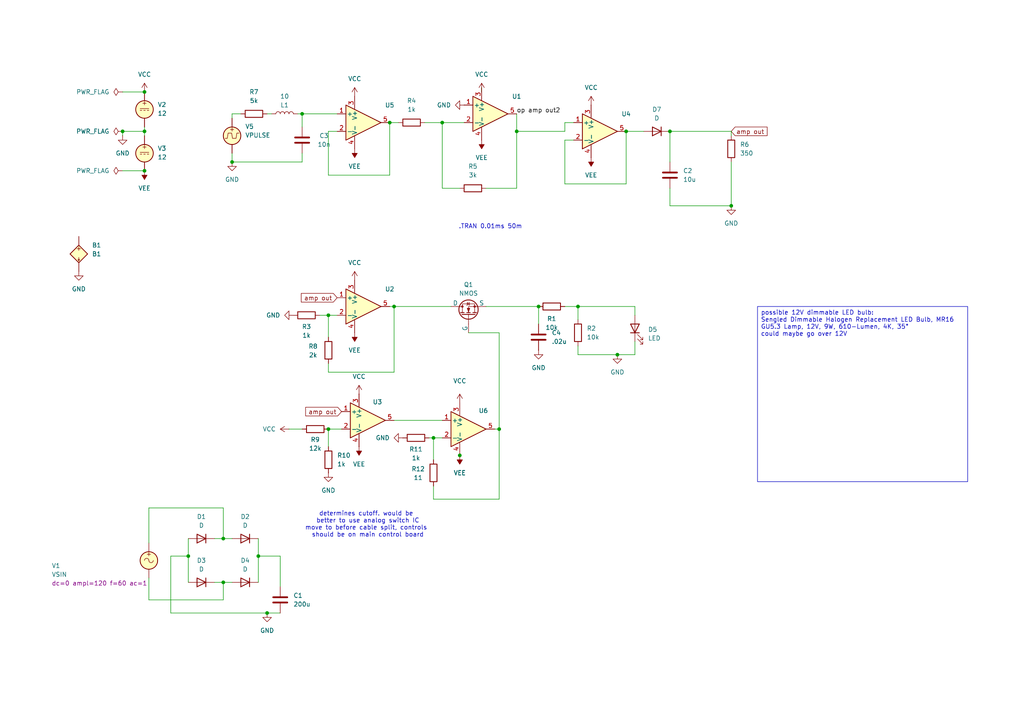
<source format=kicad_sch>
(kicad_sch (version 20231120) (generator "eeschema") (generator_version "8.0")
  (paper "A4")
  (lib_symbols
    (symbol "Device:C" (pin_numbers hide) (pin_names (offset 0.254))
      (property "Reference" "C" (at 0.635 2.54 0))
      (property "Value" "C" (at 0.635 -2.54 0))
      (symbol "C_0_1"
        (polyline (pts (xy -2.032 -0.762) (xy 2.032 -0.762)) (stroke (width 0.508)))
        (polyline (pts (xy -2.032 0.762) (xy 2.032 0.762)) (stroke (width 0.508)))
      )
      (symbol "C_1_1"
        (pin passive line (at 0 3.81 270) (length 2.794) (name "~") (number "1"))
        (pin passive line (at 0 -3.81 90) (length 2.794) (name "~") (number "2"))
      )
    )
    (symbol "Device:D" (pin_numbers hide) (pin_names (offset 1.016) hide)
      (property "Reference" "D" (at 0 2.54 0))
      (property "Value" "D" (at 0 -2.54 0))
      (symbol "D_0_1"
        (polyline (pts (xy -1.27 1.27) (xy -1.27 -1.27)) (stroke (width 0.254)))
        (polyline (pts (xy 1.27 0) (xy -1.27 0)))
        (polyline (pts (xy 1.27 1.27) (xy 1.27 -1.27) (xy -1.27 0) (xy 1.27 1.27)) (stroke (width 0.254)))
      )
      (symbol "D_1_1"
        (pin passive line (at -3.81 0 0) (length 2.54) (name "K") (number "1"))
        (pin passive line (at 3.81 0 180) (length 2.54) (name "A") (number "2"))
      )
    )
    (symbol "Device:L" (pin_numbers hide) (pin_names (offset 1.016) hide)
      (property "Reference" "L" (at -1.27 0 90))
      (property "Value" "L" (at 1.905 0 90))
      (symbol "L_0_1"
        (arc (start 0 -2.54) (mid 0.6323 -1.905) (end 0 -1.27))
        (arc (start 0 -1.27) (mid 0.6323 -0.635) (end 0 0))
        (arc (start 0 0) (mid 0.6323 0.635) (end 0 1.27))
        (arc (start 0 1.27) (mid 0.6323 1.905) (end 0 2.54))
      )
      (symbol "L_1_1"
        (pin passive line (at 0 3.81 270) (length 1.27) (name "1") (number "1"))
        (pin passive line (at 0 -3.81 90) (length 1.27) (name "2") (number "2"))
      )
    )
    (symbol "Device:LED" (pin_numbers hide) (pin_names (offset 1.016) hide)
      (property "Reference" "D" (at 0 2.54 0))
      (property "Value" "LED" (at 0 -2.54 0))
      (symbol "LED_0_1"
        (polyline (pts (xy -1.27 -1.27) (xy -1.27 1.27)) (stroke (width 0.254)))
        (polyline (pts (xy -1.27 0) (xy 1.27 0)))
        (polyline (pts (xy 1.27 -1.27) (xy 1.27 1.27) (xy -1.27 0) (xy 1.27 -1.27)) (stroke (width 0.254)))
        (polyline (pts (xy -3.048 -0.762) (xy -4.572 -2.286) (xy -3.81 -2.286) (xy -4.572 -2.286) (xy -4.572 -1.524)))
        (polyline (pts (xy -1.778 -0.762) (xy -3.302 -2.286) (xy -2.54 -2.286) (xy -3.302 -2.286) (xy -3.302 -1.524)))
      )
      (symbol "LED_1_1"
        (pin passive line (at -3.81 0 0) (length 2.54) (name "K") (number "1"))
        (pin passive line (at 3.81 0 180) (length 2.54) (name "A") (number "2"))
      )
    )
    (symbol "Device:R" (pin_numbers hide) (pin_names (offset 0))
      (property "Reference" "R" (at 2.032 0 90))
      (property "Value" "R" (at 0 0 90))
      (symbol "R_0_1"
        (rectangle (start -1.016 -2.54) (end 1.016 2.54) (stroke (width 0.254)))
      )
      (symbol "R_1_1"
        (pin passive line (at 0 3.81 270) (length 1.27) (name "~") (number "1"))
        (pin passive line (at 0 -3.81 90) (length 1.27) (name "~") (number "2"))
      )
    )
    (symbol "Simulation_SPICE:BSOURCE" (pin_numbers hide) (pin_names (offset 1.016) hide)
      (property "Reference" "B" (at 2.54 2.54 0))
      (property "Value" "BSOURCE" (at 2.54 0 0))
      (property "Sim.Params" "type=\"B\" model=\"v=1\"" (at 2.54 -2.54 0))
      (symbol "BSOURCE_0_1"
        (polyline (pts (xy 0 -1.016) (xy 0 -2.032)))
        (polyline (pts (xy 0.254 -1.524) (xy 0 -2.032) (xy -0.254 -1.524)))
        (polyline (pts (xy 0 2.54) (xy -2.54 0) (xy 0 -2.54) (xy 2.54 0) (xy 0 2.54)) (stroke (width 0.254)) (fill (type background)))
      )
      (symbol "BSOURCE_1_1"
        (polyline (pts (xy -0.508 1.524) (xy 0.508 1.524)))
        (polyline (pts (xy 0 1.016) (xy 0 2.032)))
        (pin passive line (at 0 5.08 270) (length 2.54) (name "N+") (number "1"))
        (pin passive line (at 0 -5.08 90) (length 2.54) (name "N-") (number "2"))
      )
    )
    (symbol "Simulation_SPICE:NMOS" (pin_numbers hide) (pin_names (offset 0))
      (property "Reference" "Q" (at 5.08 1.27 0))
      (property "Value" "NMOS" (at 5.08 -1.27 0))
      (symbol "NMOS_0_1"
        (polyline (pts (xy 0.254 0) (xy -2.54 0)))
        (polyline (pts (xy 0.254 1.905) (xy 0.254 -1.905)) (stroke (width 0.254)))
        (polyline (pts (xy 0.762 -1.27) (xy 0.762 -2.286)) (stroke (width 0.254)))
        (polyline (pts (xy 0.762 0.508) (xy 0.762 -0.508)) (stroke (width 0.254)))
        (polyline (pts (xy 0.762 2.286) (xy 0.762 1.27)) (stroke (width 0.254)))
        (polyline (pts (xy 2.54 2.54) (xy 2.54 1.778)))
        (polyline (pts (xy 2.54 -2.54) (xy 2.54 0) (xy 0.762 0)))
        (polyline (pts (xy 0.762 -1.778) (xy 3.302 -1.778) (xy 3.302 1.778) (xy 0.762 1.778)))
        (polyline (pts (xy 1.016 0) (xy 2.032 0.381) (xy 2.032 -0.381) (xy 1.016 0)) (fill (type outline)))
        (polyline (pts (xy 2.794 0.508) (xy 2.921 0.381) (xy 3.683 0.381) (xy 3.81 0.254)))
        (polyline (pts (xy 3.302 0.381) (xy 2.921 -0.254) (xy 3.683 -0.254) (xy 3.302 0.381)))
        (circle (center 1.651 0) (radius 2.794) (stroke (width 0.254)))
        (circle (center 2.54 -1.778) (radius 0.254) (fill (type outline)))
        (circle (center 2.54 1.778) (radius 0.254) (fill (type outline)))
      )
      (symbol "NMOS_1_1"
        (pin passive line (at 2.54 5.08 270) (length 2.54) (name "D") (number "1"))
        (pin input line (at -5.08 0 0) (length 2.54) (name "G") (number "2"))
        (pin passive line (at 2.54 -5.08 90) (length 2.54) (name "S") (number "3"))
      )
    )
    (symbol "Simulation_SPICE:OPAMP" (pin_names (offset 0.254))
      (property "Reference" "U" (at 3.81 3.175 0))
      (property "Value" "${SIM.PARAMS}" (at 3.81 -3.175 0))
      (symbol "OPAMP_0_1"
        (polyline (pts (xy 5.08 0) (xy -5.08 5.08) (xy -5.08 -5.08) (xy 5.08 0)) (stroke (width 0.254)) (fill (type background)))
      )
      (symbol "OPAMP_1_1"
        (pin input line (at -7.62 2.54 0) (length 2.54) (name "+") (number "1"))
        (pin input line (at -7.62 -2.54 0) (length 2.54) (name "-") (number "2"))
        (pin power_in line (at -2.54 7.62 270) (length 3.81) (name "V+") (number "3"))
        (pin power_in line (at -2.54 -7.62 90) (length 3.81) (name "V-") (number "4"))
        (pin output line (at 7.62 0 180) (length 2.54) (name "~") (number "5"))
      )
    )
    (symbol "Simulation_SPICE:VDC" (pin_numbers hide) (pin_names (offset 0.0254))
      (property "Reference" "V" (at 2.54 2.54 0))
      (property "Value" "1" (at 2.54 0 0))
      (symbol "VDC_0_0"
        (polyline (pts (xy -1.27 0.254) (xy 1.27 0.254)))
        (polyline (pts (xy -0.762 -0.254) (xy -1.27 -0.254)))
        (polyline (pts (xy 0.254 -0.254) (xy -0.254 -0.254)))
        (polyline (pts (xy 1.27 -0.254) (xy 0.762 -0.254)))
        (text "+" (at 0 1.905 0) (effects (font (size 1.27 1.27))))
      )
      (symbol "VDC_0_1"
        (circle (center 0 0) (radius 2.54) (stroke (width 0.254)) (fill (type background)))
      )
      (symbol "VDC_1_1"
        (pin passive line (at 0 5.08 270) (length 2.54) (name "~") (number "1"))
        (pin passive line (at 0 -5.08 90) (length 2.54) (name "~") (number "2"))
      )
    )
    (symbol "Simulation_SPICE:VPULSE" (pin_numbers hide) (pin_names (offset 0.0254))
      (property "Reference" "V" (at 2.54 2.54 0))
      (property "Value" "VPULSE" (at 2.54 0 0))
      (property "Sim.Params" "y1=0 y2=1 td=2n tr=2n tf=2n tw=50n per=100n" (at 2.54 -2.54 0))
      (symbol "VPULSE_0_0"
        (polyline (pts (xy -2.032 -0.762) (xy -1.397 -0.762) (xy -1.143 0.762) (xy -0.127 0.762) (xy 0.127 -0.762) (xy 1.143 -0.762) (xy 1.397 0.762) (xy 2.032 0.762)))
        (text "+" (at 0 1.905 0) (effects (font (size 1.27 1.27))))
      )
      (symbol "VPULSE_0_1"
        (circle (center 0 0) (radius 2.54) (stroke (width 0.254)) (fill (type background)))
      )
      (symbol "VPULSE_1_1"
        (pin passive line (at 0 5.08 270) (length 2.54) (name "~") (number "1"))
        (pin passive line (at 0 -5.08 90) (length 2.54) (name "~") (number "2"))
      )
    )
    (symbol "Simulation_SPICE:VSIN" (pin_numbers hide) (pin_names (offset 0.0254))
      (property "Reference" "V" (at 2.54 2.54 0))
      (property "Value" "VSIN" (at 2.54 0 0))
      (property "Sim.Params" "dc=0 ampl=1 f=1k ac=1" (at 2.54 -2.54 0))
      (symbol "VSIN_0_0"
        (arc (start 0 0) (mid -0.635 0.6323) (end -1.27 0))
        (arc (start 0 0) (mid 0.635 -0.6323) (end 1.27 0))
        (text "+" (at 0 1.905 0) (effects (font (size 1.27 1.27))))
      )
      (symbol "VSIN_0_1"
        (circle (center 0 0) (radius 2.54) (stroke (width 0.254)) (fill (type background)))
      )
      (symbol "VSIN_1_1"
        (pin passive line (at 0 5.08 270) (length 2.54) (name "~") (number "1"))
        (pin passive line (at 0 -5.08 90) (length 2.54) (name "~") (number "2"))
      )
    )
    (symbol "power:+5V" (power) (pin_numbers hide) (pin_names (offset 0) hide)
      (property "Value" "+5V" (at 0 3.556 0))
      (symbol "+5V_0_1"
        (polyline (pts (xy -0.762 1.27) (xy 0 2.54)))
        (polyline (pts (xy 0 0) (xy 0 2.54)))
        (polyline (pts (xy 0 2.54) (xy 0.762 1.27)))
      )
      (symbol "+5V_1_1"
        (pin power_in line (at 0 0 90) (length 0) (name "~") (number "1"))
      )
    )
    (symbol "power:-5V" (power) (pin_numbers hide) (pin_names (offset 0) hide)
      (property "Value" "-5V" (at 0 3.556 0))
      (symbol "-5V_0_0"
        (pin power_in line (at 0 0 90) (length 0) (name "~") (number "1"))
      )
      (symbol "-5V_0_1"
        (polyline (pts (xy 0 0) (xy 0 1.27) (xy 0.762 1.27) (xy 0 2.54) (xy -0.762 1.27) (xy 0 1.27)) (fill (type outline)))
      )
    )
    (symbol "power:GND" (power) (pin_numbers hide) (pin_names (offset 0) hide)
      (property "Value" "GND" (at 0 -3.81 0))
      (symbol "GND_0_1"
        (polyline (pts (xy 0 0) (xy 0 -1.27) (xy 1.27 -1.27) (xy 0 -2.54) (xy -1.27 -1.27) (xy 0 -1.27)))
      )
      (symbol "GND_1_1"
        (pin power_in line (at 0 0 270) (length 0) (name "~") (number "1"))
      )
    )
    (symbol "power:PWR_FLAG" (power) (pin_numbers hide) (pin_names (offset 0) hide)
      (property "Value" "PWR_FLAG" (at 0 3.81 0))
      (symbol "PWR_FLAG_0_0"
        (pin power_out line (at 0 0 90) (length 0) (name "~") (number "1"))
      )
      (symbol "PWR_FLAG_0_1"
        (polyline (pts (xy 0 0) (xy 0 1.27) (xy -1.016 1.905) (xy 0 2.54) (xy 1.016 1.905) (xy 0 1.27)))
      )
    )
    (symbol "power:VCC" (power) (pin_numbers hide) (pin_names (offset 0) hide)
      (property "Value" "VCC" (at 0 3.556 0))
      (symbol "VCC_0_1"
        (polyline (pts (xy -0.762 1.27) (xy 0 2.54)))
        (polyline (pts (xy 0 0) (xy 0 2.54)))
        (polyline (pts (xy 0 2.54) (xy 0.762 1.27)))
      )
      (symbol "VCC_1_1"
        (pin power_in line (at 0 0 90) (length 0) (name "~") (number "1"))
      )
    )
    (symbol "power:VEE" (power) (pin_numbers hide) (pin_names (offset 0) hide)
      (property "Value" "VEE" (at 0 3.556 0))
      (symbol "VEE_0_1"
        (polyline (pts (xy 0 0) (xy 0 2.54)))
        (polyline (pts (xy 0.762 1.27) (xy -0.762 1.27) (xy 0 2.54) (xy 0.762 1.27)) (fill (type outline)))
      )
      (symbol "VEE_1_1"
        (pin power_in line (at 0 0 90) (length 0) (name "~") (number "1"))
      )
    )
  )
  (junction (at 125.73 127))
  (junction (at 67.31 46.99))
  (junction (at 87.63 33.02))
  (junction (at 74.93 161.29))
  (junction (at 128.27 35.56))
  (junction (at 41.91 38.1))
  (junction (at 77.47 177.8))
  (junction (at 194.31 38.1))
  (junction (at 41.91 26.67))
  (junction (at 35.56 38.1))
  (junction (at 179.07 102.87))
  (junction (at 156.21 88.9))
  (junction (at 144.78 124.46))
  (junction (at 41.91 49.53))
  (junction (at 64.77 156.21))
  (junction (at 64.77 168.91))
  (junction (at 167.64 88.9))
  (junction (at 113.03 35.56))
  (junction (at 95.25 124.46))
  (junction (at 212.09 59.69))
  (junction (at 133.35 132.08))
  (junction (at 149.86 38.1))
  (junction (at 54.61 161.29))
  (junction (at 181.61 38.1))
  (junction (at 114.3 88.9))
  (junction (at 95.25 91.44))
  (wire (pts (xy 95.25 107.95) (xy 114.3 107.95)))
  (wire (pts (xy 35.56 26.67) (xy 41.91 26.67)))
  (wire (pts (xy 167.64 100.33) (xy 167.64 102.87)))
  (wire (pts (xy 49.53 177.8) (xy 77.47 177.8)))
  (wire (pts (xy 149.86 33.02) (xy 149.86 38.1)))
  (wire (pts (xy 95.25 91.44) (xy 95.25 97.79)))
  (wire (pts (xy 87.63 36.83) (xy 87.63 33.02)))
  (wire (pts (xy 43.18 173.99) (xy 64.77 173.99)))
  (wire (pts (xy 62.23 168.91) (xy 64.77 168.91)))
  (wire (pts (xy 67.31 46.99) (xy 87.63 46.99)))
  (wire (pts (xy 125.73 127) (xy 125.73 133.35)))
  (wire (pts (xy 139.7 26.67) (xy 139.7 25.4)))
  (wire (pts (xy 54.61 156.21) (xy 54.61 161.29)))
  (wire (pts (xy 163.83 88.9) (xy 167.64 88.9)))
  (wire (pts (xy 74.93 161.29) (xy 81.28 161.29)))
  (wire (pts (xy 123.19 35.56) (xy 128.27 35.56)))
  (wire (pts (xy 81.28 170.18) (xy 81.28 161.29)))
  (wire (pts (xy 87.63 44.45) (xy 87.63 46.99)))
  (wire (pts (xy 133.35 54.61) (xy 128.27 54.61)))
  (wire (pts (xy 125.73 140.97) (xy 125.73 144.78)))
  (wire (pts (xy 212.09 46.99) (xy 212.09 59.69)))
  (wire (pts (xy 35.56 38.1) (xy 35.56 39.37)))
  (wire (pts (xy 41.91 38.1) (xy 41.91 39.37)))
  (wire (pts (xy 194.31 54.61) (xy 194.31 59.69)))
  (wire (pts (xy 64.77 168.91) (xy 67.31 168.91)))
  (wire (pts (xy 95.25 50.8) (xy 113.03 50.8)))
  (wire (pts (xy 95.25 91.44) (xy 97.79 91.44)))
  (wire (pts (xy 163.83 35.56) (xy 166.37 35.56)))
  (wire (pts (xy 95.25 38.1) (xy 95.25 50.8)))
  (wire (pts (xy 43.18 147.32) (xy 64.77 147.32)))
  (wire (pts (xy 41.91 36.83) (xy 41.91 38.1)))
  (wire (pts (xy 92.71 91.44) (xy 95.25 91.44)))
  (wire (pts (xy 184.15 102.87) (xy 184.15 99.06)))
  (wire (pts (xy 149.86 38.1) (xy 163.83 38.1)))
  (wire (pts (xy 163.83 40.64) (xy 163.83 53.34)))
  (wire (pts (xy 87.63 33.02) (xy 97.79 33.02)))
  (wire (pts (xy 43.18 167.64) (xy 43.18 173.99)))
  (wire (pts (xy 163.83 38.1) (xy 163.83 35.56)))
  (wire (pts (xy 128.27 54.61) (xy 128.27 35.56)))
  (wire (pts (xy 54.61 161.29) (xy 54.61 168.91)))
  (wire (pts (xy 95.25 124.46) (xy 99.06 124.46)))
  (wire (pts (xy 163.83 53.34) (xy 181.61 53.34)))
  (wire (pts (xy 167.64 88.9) (xy 167.64 92.71)))
  (wire (pts (xy 156.21 93.98) (xy 156.21 88.9)))
  (wire (pts (xy 113.03 35.56) (xy 115.57 35.56)))
  (wire (pts (xy 113.03 88.9) (xy 114.3 88.9)))
  (wire (pts (xy 194.31 38.1) (xy 212.09 38.1)))
  (wire (pts (xy 43.18 157.48) (xy 43.18 147.32)))
  (wire (pts (xy 67.31 33.02) (xy 69.85 33.02)))
  (wire (pts (xy 144.78 124.46) (xy 144.78 144.78)))
  (wire (pts (xy 167.64 88.9) (xy 184.15 88.9)))
  (wire (pts (xy 54.61 161.29) (xy 49.53 161.29)))
  (wire (pts (xy 95.25 124.46) (xy 95.25 129.54)))
  (wire (pts (xy 64.77 156.21) (xy 67.31 156.21)))
  (wire (pts (xy 194.31 38.1) (xy 194.31 46.99)))
  (wire (pts (xy 140.97 54.61) (xy 149.86 54.61)))
  (wire (pts (xy 128.27 35.56) (xy 134.62 35.56)))
  (wire (pts (xy 114.3 121.92) (xy 128.27 121.92)))
  (wire (pts (xy 125.73 127) (xy 128.27 127)))
  (wire (pts (xy 166.37 40.64) (xy 163.83 40.64)))
  (wire (pts (xy 125.73 144.78) (xy 144.78 144.78)))
  (wire (pts (xy 124.46 127) (xy 125.73 127)))
  (wire (pts (xy 144.78 96.52) (xy 135.89 96.52)))
  (wire (pts (xy 41.91 38.1) (xy 35.56 38.1)))
  (wire (pts (xy 179.07 102.87) (xy 184.15 102.87)))
  (wire (pts (xy 144.78 124.46) (xy 143.51 124.46)))
  (wire (pts (xy 49.53 161.29) (xy 49.53 177.8)))
  (wire (pts (xy 194.31 59.69) (xy 212.09 59.69)))
  (wire (pts (xy 77.47 33.02) (xy 78.74 33.02)))
  (wire (pts (xy 74.93 161.29) (xy 74.93 168.91)))
  (wire (pts (xy 149.86 38.1) (xy 149.86 54.61)))
  (wire (pts (xy 62.23 156.21) (xy 64.77 156.21)))
  (wire (pts (xy 140.97 88.9) (xy 156.21 88.9)))
  (wire (pts (xy 67.31 44.45) (xy 67.31 46.99)))
  (wire (pts (xy 64.77 147.32) (xy 64.77 156.21)))
  (wire (pts (xy 181.61 38.1) (xy 181.61 53.34)))
  (wire (pts (xy 97.79 38.1) (xy 95.25 38.1)))
  (wire (pts (xy 64.77 173.99) (xy 64.77 168.91)))
  (wire (pts (xy 144.78 124.46) (xy 144.78 96.52)))
  (wire (pts (xy 95.25 105.41) (xy 95.25 107.95)))
  (wire (pts (xy 86.36 33.02) (xy 87.63 33.02)))
  (wire (pts (xy 114.3 88.9) (xy 114.3 107.95)))
  (wire (pts (xy 212.09 39.37) (xy 212.09 38.1)))
  (wire (pts (xy 67.31 33.02) (xy 67.31 34.29)))
  (wire (pts (xy 114.3 88.9) (xy 130.81 88.9)))
  (wire (pts (xy 35.56 49.53) (xy 41.91 49.53)))
  (wire (pts (xy 83.82 124.46) (xy 87.63 124.46)))
  (wire (pts (xy 184.15 91.44) (xy 184.15 88.9)))
  (wire (pts (xy 167.64 102.87) (xy 179.07 102.87)))
  (wire (pts (xy 74.93 156.21) (xy 74.93 161.29)))
  (wire (pts (xy 181.61 38.1) (xy 186.69 38.1)))
  (wire (pts (xy 77.47 177.8) (xy 81.28 177.8)))
  (wire (pts (xy 113.03 35.56) (xy 113.03 50.8)))
  (text_box "possible 12V dimmable LED bulb:\nSengled Dimmable Halogen Replacement LED Bulb, MR16 GU5.3 Lamp, 12V, 9W, 610-Lumen, 4K, 35°\ncould maybe go over 12V" (at 219.71 88.9 0) (size 60.96 50.8) (effects (font (size 1.27 1.27)) (justify left top)))
  (text ".TRAN 0.01ms 50m" (at 142.24 65.786 0) (effects (font (size 1.27 1.27))))
  (text "determines cutoff. would be \nbetter to use analog switch IC\nmove to before cable split, controls \nshould be on main control board" (at 106.68 152.146 0) (effects (font (size 1.27 1.27))))
  (label "op amp out2" (at 149.86 33.02 0))
  (global_label "amp out" (shape input) (at 212.09 38.1 0) (property "Intersheetrefs" "${INTERSHEET_REFS}" (effects (hide yes))))
  (global_label "amp out" (shape input) (at 97.79 86.36 180) (property "Intersheetrefs" "${INTERSHEET_REFS}" (effects (hide yes))))
  (global_label "amp out" (shape input) (at 99.06 119.38 180) (property "Intersheetrefs" "${INTERSHEET_REFS}" (effects (hide yes))))
  (symbol (lib_id "power:VCC") (at 171.45 30.48 0) (unit 1)
    (property "Reference" "#PWR015" (effects (hide yes)))
    (property "Value" "VCC" (at 171.45 25.4 0))
    (property "Description" "Power symbol creates a global label with name \"VCC\"" (effects (hide yes)))
  )
  (symbol (lib_id "Device:R") (at 212.09 43.18 0) (unit 1)
    (property "Reference" "R6" (at 214.63 41.9099 0) (effects (justify left)))
    (property "Value" "350" (at 214.63 44.4499 0) (effects (justify left)))
    (property "Description" "Resistor" (effects (hide yes)))
  )
  (symbol (lib_id "Simulation_SPICE:VDC") (at 41.91 31.75 0) (unit 1)
    (property "Reference" "V2" (at 45.72 30.3501 0) (effects (justify left)))
    (property "Value" "12" (at 45.72 32.8901 0) (effects (justify left)))
    (property "Datasheet" "https://ngspice.sourceforge.io/docs/ngspice-html-manual/manual.xhtml#sec_Independent_Sources_for" (effects (hide yes)))
    (property "Description" "Voltage source, DC" (effects (hide yes)))
    (property "Sim.Pins" "1=+ 2=-" (effects (hide yes)))
    (property "Sim.Type" "DC" (effects (hide yes)))
    (property "Sim.Device" "V" (effects (hide yes)))
  )
  (symbol (lib_id "Device:R") (at 137.16 54.61 90) (unit 1)
    (property "Reference" "R5" (at 137.16 48.26 90))
    (property "Value" "3k" (at 137.16 50.8 90))
    (property "Description" "Resistor" (effects (hide yes)))
  )
  (symbol (lib_id "Simulation_SPICE:VPULSE") (at 67.31 39.37 0) (unit 1)
    (property "Reference" "V5" (at 71.12 36.7001 0) (effects (justify left)))
    (property "Value" "VPULSE" (at 71.12 39.2401 0) (effects (justify left)))
    (property "Datasheet" "https://ngspice.sourceforge.io/docs/ngspice-html-manual/manual.xhtml#sec_Independent_Sources_for" (effects (hide yes)))
    (property "Description" "Voltage source, pulse" (effects (hide yes)))
    (property "Sim.Pins" "1=+ 2=-" (effects (hide yes)))
    (property "Sim.Type" "PULSE" (effects (hide yes)))
    (property "Sim.Device" "V" (effects (hide yes)))
    (property "Sim.Params" "y1=0 y2=1 td=0 tr=2n tf=2n tw=1ms per=100ms" (effects (hide yes)))
  )
  (symbol (lib_id "power:PWR_FLAG") (at 35.56 26.67 90) (unit 1)
    (property "Reference" "#FLG01" (effects (hide yes)))
    (property "Value" "PWR_FLAG" (at 31.75 26.6699 90) (effects (justify left)))
    (property "Description" "Special symbol for telling ERC where power comes from" (effects (hide yes)))
  )
  (symbol (lib_id "power:GND") (at 134.62 30.48 270) (unit 1)
    (property "Reference" "#PWR09" (effects (hide yes)))
    (property "Value" "GND" (at 130.81 30.4799 90) (effects (justify right)))
    (property "Description" "Power symbol creates a global label with name \"GND\" , ground" (effects (hide yes)))
  )
  (symbol (lib_id "Device:R") (at 88.9 91.44 90) (unit 1)
    (property "Reference" "R3" (at 88.9 94.742 90))
    (property "Value" "1k" (at 88.9 97.282 90))
    (property "Description" "Resistor" (effects (hide yes)))
  )
  (symbol (lib_id "Device:D") (at 58.42 156.21 180) (unit 1)
    (property "Reference" "D1" (at 58.42 149.86 0))
    (property "Value" "D" (at 58.42 152.4 0))
    (property "Description" "Diode" (effects (hide yes)))
    (property "Sim.Device" "D" (effects (hide yes)))
    (property "Sim.Pins" "1=K 2=A" (effects (hide yes)))
  )
  (symbol (lib_id "power:GND") (at 116.84 127 270) (unit 1)
    (property "Reference" "#PWR025" (effects (hide yes)))
    (property "Value" "GND" (at 113.03 126.9999 90) (effects (justify right)))
    (property "Description" "Power symbol creates a global label with name \"GND\" , ground" (effects (hide yes)))
  )
  (symbol (lib_id "power:-5V") (at 133.35 132.08 180) (unit 1)
    (property "Reference" "#PWR026" (effects (hide yes)))
    (property "Value" "VEE" (at 133.35 137.16 0))
    (property "Description" "Power symbol creates a global label with name \"-5V\"" (effects (hide yes)))
  )
  (symbol (lib_id "power:-5V") (at 102.87 43.18 180) (unit 1)
    (property "Reference" "#PWR018" (effects (hide yes)))
    (property "Value" "VEE" (at 102.87 48.26 0))
    (property "Description" "Power symbol creates a global label with name \"-5V\"" (effects (hide yes)))
  )
  (symbol (lib_id "Simulation_SPICE:BSOURCE") (at 22.86 73.66 0) (unit 1)
    (property "Reference" "B1" (at 26.67 71.1199 0) (effects (justify left)))
    (property "Value" "B1" (at 26.67 73.6599 0) (effects (justify left)))
    (property "Datasheet" "https://ngspice.sourceforge.io/docs/ngspice-html-manual/manual.xhtml#sec_Non_linear_Dependent_Sources" (effects (hide yes)))
    (property "Description" "Arbitrary behavioral voltage or current source for simulation only" (effects (hide yes)))
    (property "Sim.Device" "SPICE" (effects (hide yes)))
    (property "Sim.Params" "type=\"B\" model=\"v=0.3 * sin(2 * pi * 82.4 * time) * exp(-1.5 * time)\"" (effects (hide yes)))
  )
  (symbol (lib_id "power:-5V") (at 104.14 129.54 180) (unit 1)
    (property "Reference" "#PWR020" (effects (hide yes)))
    (property "Value" "VEE" (at 104.14 134.62 0))
    (property "Description" "Power symbol creates a global label with name \"-5V\"" (effects (hide yes)))
  )
  (symbol (lib_id "power:VCC") (at 133.35 116.84 0) (unit 1)
    (property "Reference" "#PWR023" (effects (hide yes)))
    (property "Value" "VCC" (at 133.35 110.49 0))
    (property "Description" "Power symbol creates a global label with name \"VCC\"" (effects (hide yes)))
  )
  (symbol (lib_id "power:VCC") (at 83.82 124.46 90) (unit 1)
    (property "Reference" "#PWR021" (effects (hide yes)))
    (property "Value" "VCC" (at 80.01 124.4599 90) (effects (justify left)))
    (property "Description" "Power symbol creates a global label with name \"VCC\"" (effects (hide yes)))
  )
  (symbol (lib_id "Device:D") (at 71.12 156.21 180) (unit 1)
    (property "Reference" "D2" (at 71.12 149.86 0))
    (property "Value" "D" (at 71.12 152.4 0))
    (property "Description" "Diode" (effects (hide yes)))
    (property "Sim.Device" "D" (effects (hide yes)))
    (property "Sim.Pins" "1=K 2=A" (effects (hide yes)))
  )
  (symbol (lib_id "power:GND") (at 77.47 177.8 0) (unit 1)
    (property "Reference" "#PWR05" (effects (hide yes)))
    (property "Value" "GND" (at 77.47 182.88 0))
    (property "Description" "Power symbol creates a global label with name \"GND\" , ground" (effects (hide yes)))
  )
  (symbol (lib_id "Device:R") (at 95.25 133.35 0) (unit 1)
    (property "Reference" "R10" (at 97.79 132.0799 0) (effects (justify left)))
    (property "Value" "1k" (at 97.79 134.6199 0) (effects (justify left)))
    (property "Description" "Resistor" (effects (hide yes)))
  )
  (symbol (lib_id "power:-5V") (at 133.35 132.08 180) (unit 1)
    (property "Reference" "#PWR024" (effects (hide yes)))
    (property "Value" "VEE" (at 133.35 137.16 0))
    (property "Description" "Power symbol creates a global label with name \"-5V\"" (effects (hide yes)))
  )
  (symbol (lib_id "power:GND") (at 35.56 39.37 0) (unit 1)
    (property "Reference" "#PWR04" (effects (hide yes)))
    (property "Value" "GND" (at 35.56 44.45 0))
    (property "Description" "Power symbol creates a global label with name \"GND\" , ground" (effects (hide yes)))
  )
  (symbol (lib_id "power:VCC") (at 104.14 114.3 0) (unit 1)
    (property "Reference" "#PWR013" (effects (hide yes)))
    (property "Value" "VCC" (at 104.14 109.22 0))
    (property "Description" "Power symbol creates a global label with name \"VCC\"" (effects (hide yes)))
  )
  (symbol (lib_id "power:VCC") (at 41.91 26.67 0) (unit 1)
    (property "Reference" "#PWR01" (effects (hide yes)))
    (property "Value" "VCC" (at 41.91 21.59 0))
    (property "Description" "Power symbol creates a global label with name \"VCC\"" (effects (hide yes)))
  )
  (symbol (lib_id "power:VCC") (at 102.87 27.94 0) (unit 1)
    (property "Reference" "#PWR08" (effects (hide yes)))
    (property "Value" "VCC" (at 102.87 22.86 0))
    (property "Description" "Power symbol creates a global label with name \"VCC\"" (effects (hide yes)))
  )
  (symbol (lib_id "Device:C") (at 156.21 97.79 0) (unit 1)
    (property "Reference" "C4" (at 160.02 96.5199 0) (effects (justify left)))
    (property "Value" ".02u" (at 160.02 99.0599 0) (effects (justify left)))
    (property "Description" "Unpolarized capacitor" (effects (hide yes)))
  )
  (symbol (lib_id "power:+5V") (at 139.7 26.67 0) (unit 1)
    (property "Reference" "#PWR012" (effects (hide yes)))
    (property "Value" "VCC" (at 139.7 21.59 0))
    (property "Description" "Power symbol creates a global label with name \"+5V\"" (effects (hide yes)))
  )
  (symbol (lib_id "power:GND") (at 156.21 101.6 0) (unit 1)
    (property "Reference" "#PWR027" (effects (hide yes)))
    (property "Value" "GND" (at 156.21 106.68 0))
    (property "Description" "Power symbol creates a global label with name \"GND\" , ground" (effects (hide yes)))
  )
  (symbol (lib_id "Device:R") (at 125.73 137.16 0) (unit 1)
    (property "Reference" "R12" (at 121.285 136.017 0))
    (property "Value" "11" (at 121.285 138.557 0))
    (property "Description" "Resistor" (effects (hide yes)))
  )
  (symbol (lib_id "Device:LED") (at 184.15 95.25 90) (unit 1)
    (property "Reference" "D5" (at 187.96 95.5674 90) (effects (justify right)))
    (property "Value" "LED" (at 187.96 98.1074 90) (effects (justify right)))
    (property "Description" "Light emitting diode" (effects (hide yes)))
    (property "Sim.Device" "D" (effects (hide yes)))
    (property "Sim.Pins" "1=A 2=K" (effects (hide yes)))
  )
  (symbol (lib_id "power:GND") (at 212.09 59.69 0) (unit 1)
    (property "Reference" "#PWR017" (effects (hide yes)))
    (property "Value" "GND" (at 212.09 64.77 0))
    (property "Description" "Power symbol creates a global label with name \"GND\" , ground" (effects (hide yes)))
  )
  (symbol (lib_id "Simulation_SPICE:NMOS") (at 135.89 91.44 90) (unit 1)
    (property "Reference" "Q1" (at 135.89 82.55 90))
    (property "Value" "NMOS" (at 135.89 85.09 90))
    (property "Datasheet" "https://ngspice.sourceforge.io/docs/ngspice-html-manual/manual.xhtml#cha_MOSFETs" (effects (hide yes)))
    (property "Description" "N-MOSFET transistor, drain/source/gate" (effects (hide yes)))
    (property "Sim.Device" "NMOS" (effects (hide yes)))
    (property "Sim.Type" "VDMOS" (effects (hide yes)))
    (property "Sim.Pins" "1=D 2=G 3=S" (effects (hide yes)))
  )
  (symbol (lib_id "Simulation_SPICE:OPAMP") (at 106.68 121.92 0) (unit 1)
    (property "Reference" "U3" (at 109.474 116.586 0))
    (property "Value" "${SIM.PARAMS}" (at 114.3 118.7765 0))
    (property "Datasheet" "https://ngspice.sourceforge.io/docs/ngspice-html-manual/manual.xhtml#sec__SUBCKT_Subcircuits" (effects (hide yes)))
    (property "Description" "Operational amplifier, single, node sequence=1:+ 2:- 3:OUT 4:V+ 5:V-" (effects (hide yes)))
    (property "Sim.Pins" "1=in+ 2=in- 3=vcc 4=vee 5=out" (effects (hide yes)))
    (property "Sim.Device" "SUBCKT" (effects (hide yes)))
    (property "Sim.Library" "${KICAD8_SYMBOL_DIR}/Simulation_SPICE.sp" (effects (hide yes)))
    (property "Sim.Name" "kicad_builtin_opamp" (effects (hide yes)))
  )
  (symbol (lib_id "Device:C") (at 81.28 173.99 0) (unit 1)
    (property "Reference" "C1" (at 85.09 172.7199 0) (effects (justify left)))
    (property "Value" "200u" (at 85.09 175.2599 0) (effects (justify left)))
    (property "Description" "Unpolarized capacitor" (effects (hide yes)))
  )
  (symbol (lib_id "power:GND") (at 85.09 91.44 270) (unit 1)
    (property "Reference" "#PWR011" (effects (hide yes)))
    (property "Value" "GND" (at 81.28 91.4399 90) (effects (justify right)))
    (property "Description" "Power symbol creates a global label with name \"GND\" , ground" (effects (hide yes)))
  )
  (symbol (lib_id "Simulation_SPICE:OPAMP") (at 105.41 88.9 0) (unit 1)
    (property "Reference" "U2" (at 113.03 83.8514 0))
    (property "Value" "${SIM.PARAMS}" (at 113.03 85.7565 0))
    (property "Datasheet" "https://ngspice.sourceforge.io/docs/ngspice-html-manual/manual.xhtml#sec__SUBCKT_Subcircuits" (effects (hide yes)))
    (property "Description" "Operational amplifier, single, node sequence=1:+ 2:- 3:OUT 4:V+ 5:V-" (effects (hide yes)))
    (property "Sim.Pins" "1=in+ 2=in- 3=vcc 4=vee 5=out" (effects (hide yes)))
    (property "Sim.Device" "SUBCKT" (effects (hide yes)))
    (property "Sim.Library" "${KICAD8_SYMBOL_DIR}/Simulation_SPICE.sp" (effects (hide yes)))
    (property "Sim.Name" "kicad_builtin_opamp" (effects (hide yes)))
  )
  (symbol (lib_id "Device:R") (at 95.25 101.6 0) (unit 1)
    (property "Reference" "R8" (at 90.805 100.457 0))
    (property "Value" "2k" (at 90.805 102.997 0))
    (property "Description" "Resistor" (effects (hide yes)))
  )
  (symbol (lib_id "Device:L") (at 82.55 33.02 90) (unit 1)
    (property "Reference" "L1" (at 82.55 30.48 90))
    (property "Value" "10" (at 82.55 27.94 90))
    (property "Description" "Inductor" (effects (hide yes)))
  )
  (symbol (lib_id "Device:R") (at 119.38 35.56 90) (unit 1)
    (property "Reference" "R4" (at 119.38 29.21 90))
    (property "Value" "1k" (at 119.38 31.75 90))
    (property "Description" "Resistor" (effects (hide yes)))
  )
  (symbol (lib_id "Device:C") (at 194.31 50.8 0) (unit 1)
    (property "Reference" "C2" (at 198.12 49.5299 0) (effects (justify left)))
    (property "Value" "10u" (at 198.12 52.0699 0) (effects (justify left)))
    (property "Description" "Unpolarized capacitor" (effects (hide yes)))
  )
  (symbol (lib_id "Device:R") (at 91.44 124.46 270) (unit 1)
    (property "Reference" "R9" (at 91.44 127.508 90))
    (property "Value" "12k" (at 91.44 130.048 90))
    (property "Description" "Resistor" (effects (hide yes)))
  )
  (symbol (lib_id "Device:C") (at 87.63 40.64 0) (unit 1)
    (property "Reference" "C3" (at 93.98 39.37 0))
    (property "Value" "10n" (at 93.98 41.91 0))
    (property "Description" "Unpolarized capacitor" (effects (hide yes)))
  )
  (symbol (lib_id "power:-5V") (at 102.87 96.52 180) (unit 1)
    (property "Reference" "#PWR010" (effects (hide yes)))
    (property "Value" "VEE" (at 102.87 101.6 0))
    (property "Description" "Power symbol creates a global label with name \"-5V\"" (effects (hide yes)))
  )
  (symbol (lib_id "power:PWR_FLAG") (at 35.56 38.1 90) (unit 1)
    (property "Reference" "#FLG03" (effects (hide yes)))
    (property "Value" "PWR_FLAG" (at 31.75 38.0999 90) (effects (justify left)))
    (property "Description" "Special symbol for telling ERC where power comes from" (effects (hide yes)))
  )
  (symbol (lib_id "power:GND") (at 22.86 78.74 0) (unit 1)
    (property "Reference" "#PWR03" (effects (hide yes)))
    (property "Value" "GND" (at 22.86 83.82 0))
    (property "Description" "Power symbol creates a global label with name \"GND\" , ground" (effects (hide yes)))
  )
  (symbol (lib_id "Device:D") (at 58.42 168.91 180) (unit 1)
    (property "Reference" "D3" (at 58.42 162.56 0))
    (property "Value" "D" (at 58.42 165.1 0))
    (property "Description" "Diode" (effects (hide yes)))
    (property "Sim.Device" "D" (effects (hide yes)))
    (property "Sim.Pins" "1=K 2=A" (effects (hide yes)))
  )
  (symbol (lib_id "Simulation_SPICE:OPAMP") (at 105.41 35.56 0) (unit 1)
    (property "Reference" "U5" (at 113.03 30.5114 0))
    (property "Value" "${SIM.PARAMS}" (at 113.03 32.4165 0))
    (property "Datasheet" "https://ngspice.sourceforge.io/docs/ngspice-html-manual/manual.xhtml#sec__SUBCKT_Subcircuits" (effects (hide yes)))
    (property "Description" "Operational amplifier, single, node sequence=1:+ 2:- 3:OUT 4:V+ 5:V-" (effects (hide yes)))
    (property "Sim.Pins" "1=in+ 2=in- 3=vcc 4=vee 5=out" (effects (hide yes)))
    (property "Sim.Device" "SUBCKT" (effects (hide yes)))
    (property "Sim.Library" "${KICAD8_SYMBOL_DIR}/Simulation_SPICE.sp" (effects (hide yes)))
    (property "Sim.Name" "kicad_builtin_opamp" (effects (hide yes)))
  )
  (symbol (lib_id "Simulation_SPICE:OPAMP") (at 173.99 38.1 0) (unit 1)
    (property "Reference" "U4" (at 181.61 33.0514 0))
    (property "Value" "${SIM.PARAMS}" (at 181.61 34.9565 0))
    (property "Datasheet" "https://ngspice.sourceforge.io/docs/ngspice-html-manual/manual.xhtml#sec__SUBCKT_Subcircuits" (effects (hide yes)))
    (property "Description" "Operational amplifier, single, node sequence=1:+ 2:- 3:OUT 4:V+ 5:V-" (effects (hide yes)))
    (property "Sim.Pins" "1=in+ 2=in- 3=vcc 4=vee 5=out" (effects (hide yes)))
    (property "Sim.Device" "SUBCKT" (effects (hide yes)))
    (property "Sim.Library" "${KICAD8_SYMBOL_DIR}/Simulation_SPICE.sp" (effects (hide yes)))
    (property "Sim.Name" "kicad_builtin_opamp" (effects (hide yes)))
  )
  (symbol (lib_id "power:-5V") (at 139.7 40.64 180) (unit 1)
    (property "Reference" "#PWR014" (effects (hide yes)))
    (property "Value" "VEE" (at 139.7 45.72 0))
    (property "Description" "Power symbol creates a global label with name \"-5V\"" (effects (hide yes)))
  )
  (symbol (lib_id "Device:R") (at 73.66 33.02 90) (unit 1)
    (property "Reference" "R7" (at 73.66 26.67 90))
    (property "Value" "5k" (at 73.66 29.21 90))
    (property "Description" "Resistor" (effects (hide yes)))
  )
  (symbol (lib_id "power:VCC") (at 102.87 81.28 0) (unit 1)
    (property "Reference" "#PWR07" (effects (hide yes)))
    (property "Value" "VCC" (at 102.87 76.2 0))
    (property "Description" "Power symbol creates a global label with name \"VCC\"" (effects (hide yes)))
  )
  (symbol (lib_id "power:GND") (at 67.31 46.99 0) (unit 1)
    (property "Reference" "#PWR019" (effects (hide yes)))
    (property "Value" "GND" (at 67.31 52.07 0))
    (property "Description" "Power symbol creates a global label with name \"GND\" , ground" (effects (hide yes)))
  )
  (symbol (lib_id "Device:D") (at 71.12 168.91 180) (unit 1)
    (property "Reference" "D4" (at 71.12 162.56 0))
    (property "Value" "D" (at 71.12 165.1 0))
    (property "Description" "Diode" (effects (hide yes)))
    (property "Sim.Device" "D" (effects (hide yes)))
    (property "Sim.Pins" "1=K 2=A" (effects (hide yes)))
  )
  (symbol (lib_id "power:GND") (at 95.25 137.16 0) (unit 1)
    (property "Reference" "#PWR022" (effects (hide yes)))
    (property "Value" "GND" (at 95.25 142.24 0))
    (property "Description" "Power symbol creates a global label with name \"GND\" , ground" (effects (hide yes)))
  )
  (symbol (lib_id "power:GND") (at 179.07 102.87 0) (unit 1)
    (property "Reference" "#PWR06" (effects (hide yes)))
    (property "Value" "GND" (at 179.07 107.95 0))
    (property "Description" "Power symbol creates a global label with name \"GND\" , ground" (effects (hide yes)))
  )
  (symbol (lib_id "Device:R") (at 120.65 127 90) (unit 1)
    (property "Reference" "R11" (at 120.65 130.302 90))
    (property "Value" "1k" (at 120.65 132.842 90))
    (property "Description" "Resistor" (effects (hide yes)))
  )
  (symbol (lib_id "Simulation_SPICE:VSIN") (at 43.18 162.56 0) (unit 1)
    (property "Reference" "V1" (at 14.986 164.084 0) (effects (justify left)))
    (property "Value" "VSIN" (at 14.986 166.624 0) (effects (justify left)))
    (property "Datasheet" "https://ngspice.sourceforge.io/docs/ngspice-html-manual/manual.xhtml#sec_Independent_Sources_for" (effects (hide yes)))
    (property "Description" "Voltage source, sinusoidal" (effects (hide yes)))
    (property "Sim.Pins" "1=+ 2=-" (effects (hide yes)))
    (property "Sim.Params" "dc=0 ampl=120 f=60 ac=1" (at 14.986 169.164 0) (effects (justify left)))
    (property "Sim.Type" "SIN" (effects (hide yes)))
    (property "Sim.Device" "V" (effects (hide yes)))
  )
  (symbol (lib_id "power:-5V") (at 171.45 45.72 180) (unit 1)
    (property "Reference" "#PWR016" (effects (hide yes)))
    (property "Value" "VEE" (at 171.45 50.8 0))
    (property "Description" "Power symbol creates a global label with name \"-5V\"" (effects (hide yes)))
  )
  (symbol (lib_id "Simulation_SPICE:VDC") (at 41.91 44.45 0) (unit 1)
    (property "Reference" "V3" (at 45.72 43.0501 0) (effects (justify left)))
    (property "Value" "12" (at 45.72 45.5901 0) (effects (justify left)))
    (property "Datasheet" "https://ngspice.sourceforge.io/docs/ngspice-html-manual/manual.xhtml#sec_Independent_Sources_for" (effects (hide yes)))
    (property "Description" "Voltage source, DC" (effects (hide yes)))
    (property "Sim.Pins" "1=+ 2=-" (effects (hide yes)))
    (property "Sim.Type" "DC" (effects (hide yes)))
    (property "Sim.Device" "V" (effects (hide yes)))
  )
  (symbol (lib_id "Device:R") (at 160.02 88.9 90) (unit 1)
    (property "Reference" "R1" (at 160.02 92.456 90))
    (property "Value" "10k" (at 160.02 94.996 90))
    (property "Description" "Resistor" (effects (hide yes)))
  )
  (symbol (lib_id "Simulation_SPICE:OPAMP") (at 135.89 124.46 0) (unit 1)
    (property "Reference" "U6" (at 140.208 119.126 0))
    (property "Value" "${SIM.PARAMS}" (at 143.51 121.3165 0))
    (property "Datasheet" "https://ngspice.sourceforge.io/docs/ngspice-html-manual/manual.xhtml#sec__SUBCKT_Subcircuits" (effects (hide yes)))
    (property "Description" "Operational amplifier, single, node sequence=1:+ 2:- 3:OUT 4:V+ 5:V-" (effects (hide yes)))
    (property "Sim.Pins" "1=in+ 2=in- 3=vcc 4=vee 5=out" (effects (hide yes)))
    (property "Sim.Device" "SUBCKT" (effects (hide yes)))
    (property "Sim.Library" "${KICAD8_SYMBOL_DIR}/Simulation_SPICE.sp" (effects (hide yes)))
    (property "Sim.Name" "kicad_builtin_opamp" (effects (hide yes)))
  )
  (symbol (lib_id "Device:R") (at 167.64 96.52 0) (unit 1)
    (property "Reference" "R2" (at 170.18 95.2499 0) (effects (justify left)))
    (property "Value" "10k" (at 170.18 97.7899 0) (effects (justify left)))
    (property "Description" "Resistor" (effects (hide yes)))
  )
  (symbol (lib_id "power:PWR_FLAG") (at 35.56 49.53 90) (unit 1)
    (property "Reference" "#FLG02" (effects (hide yes)))
    (property "Value" "PWR_FLAG" (at 31.75 49.5299 90) (effects (justify left)))
    (property "Description" "Special symbol for telling ERC where power comes from" (effects (hide yes)))
  )
  (symbol (lib_id "power:VEE") (at 41.91 49.53 180) (unit 1)
    (property "Reference" "#PWR02" (effects (hide yes)))
    (property "Value" "VEE" (at 41.91 54.61 0))
    (property "Description" "Power symbol creates a global label with name \"VEE\"" (effects (hide yes)))
  )
  (symbol (lib_id "Device:D") (at 190.5 38.1 180) (unit 1)
    (property "Reference" "D7" (at 190.5 31.75 0))
    (property "Value" "D" (at 190.5 34.29 0))
    (property "Description" "Diode" (effects (hide yes)))
    (property "Sim.Device" "D" (effects (hide yes)))
    (property "Sim.Pins" "1=K 2=A" (effects (hide yes)))
  )
  (symbol (lib_id "Simulation_SPICE:OPAMP") (at 142.24 33.02 0) (unit 1)
    (property "Reference" "U1" (at 149.86 27.9714 0))
    (property "Value" "${SIM.PARAMS}" (at 149.86 29.8765 0))
    (property "Datasheet" "https://ngspice.sourceforge.io/docs/ngspice-html-manual/manual.xhtml#sec__SUBCKT_Subcircuits" (effects (hide yes)))
    (property "Description" "Operational amplifier, single, node sequence=1:+ 2:- 3:OUT 4:V+ 5:V-" (effects (hide yes)))
    (property "Sim.Pins" "1=in+ 2=in- 3=vcc 4=vee 5=out" (effects (hide yes)))
    (property "Sim.Device" "SUBCKT" (effects (hide yes)))
    (property "Sim.Library" "${KICAD8_SYMBOL_DIR}/Simulation_SPICE.sp" (effects (hide yes)))
    (property "Sim.Name" "kicad_builtin_opamp" (effects (hide yes)))
  )
)
</source>
